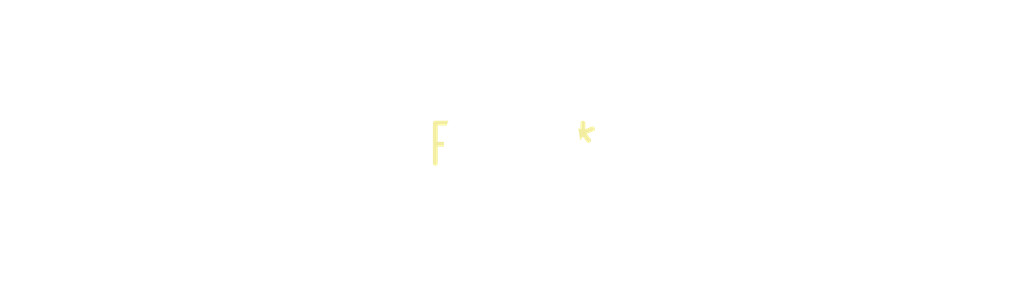
<source format=kicad_pcb>
(kicad_pcb (version 20240108) (generator pcbnew)
  (layers (0 "F.Cu" signal) (31 "B.Cu" signal) (34 "B.Paste" user) (35 "F.Paste" user) (36 "B.SilkS" user "B.Silkscreen") (37 "F.SilkS" user "F.Silkscreen") (38 "B.Mask" user) (39 "F.Mask" user) (44 "Edge.Cuts" user))
  (net 0 "")
  (footprint "MountingHole_4.3mm_M4_Pad_Via" (layer "F.Cu") (at 0 0)
    (property "Reference" "REF**")
    (property "Value" "MountingHole_4.3mm_M4_Pad_Via")
    (pad "1" thru_hole circle (at -3.225 0) (size 0.9 0.9) (drill 0.6) (layers *.Cu *.Mask) (remove_unused_layers))
    (pad "1" thru_hole circle (at -2.280419 -2.280419) (size 0.9 0.9) (drill 0.6) (layers *.Cu *.Mask) (remove_unused_layers))
    (pad "1" thru_hole circle (at -2.280419 2.280419) (size 0.9 0.9) (drill 0.6) (layers *.Cu *.Mask) (remove_unused_layers))
    (pad "1" thru_hole circle (at 0 -3.225) (size 0.9 0.9) (drill 0.6) (layers *.Cu *.Mask) (remove_unused_layers))
    (pad "1" thru_hole circle (at 0 0) (size 8.6 8.6) (drill 4.3) (layers *.Cu *.Mask) (remove_unused_layers))
    (pad "1" thru_hole circle (at 0 3.225) (size 0.9 0.9) (drill 0.6) (layers *.Cu *.Mask) (remove_unused_layers))
    (pad "1" thru_hole circle (at 2.280419 -2.280419) (size 0.9 0.9) (drill 0.6) (layers *.Cu *.Mask) (remove_unused_layers))
    (pad "1" thru_hole circle (at 2.280419 2.280419) (size 0.9 0.9) (drill 0.6) (layers *.Cu *.Mask) (remove_unused_layers))
    (pad "1" thru_hole circle (at 3.225 0) (size 0.9 0.9) (drill 0.6) (layers *.Cu *.Mask) (remove_unused_layers))
  )
)
</source>
